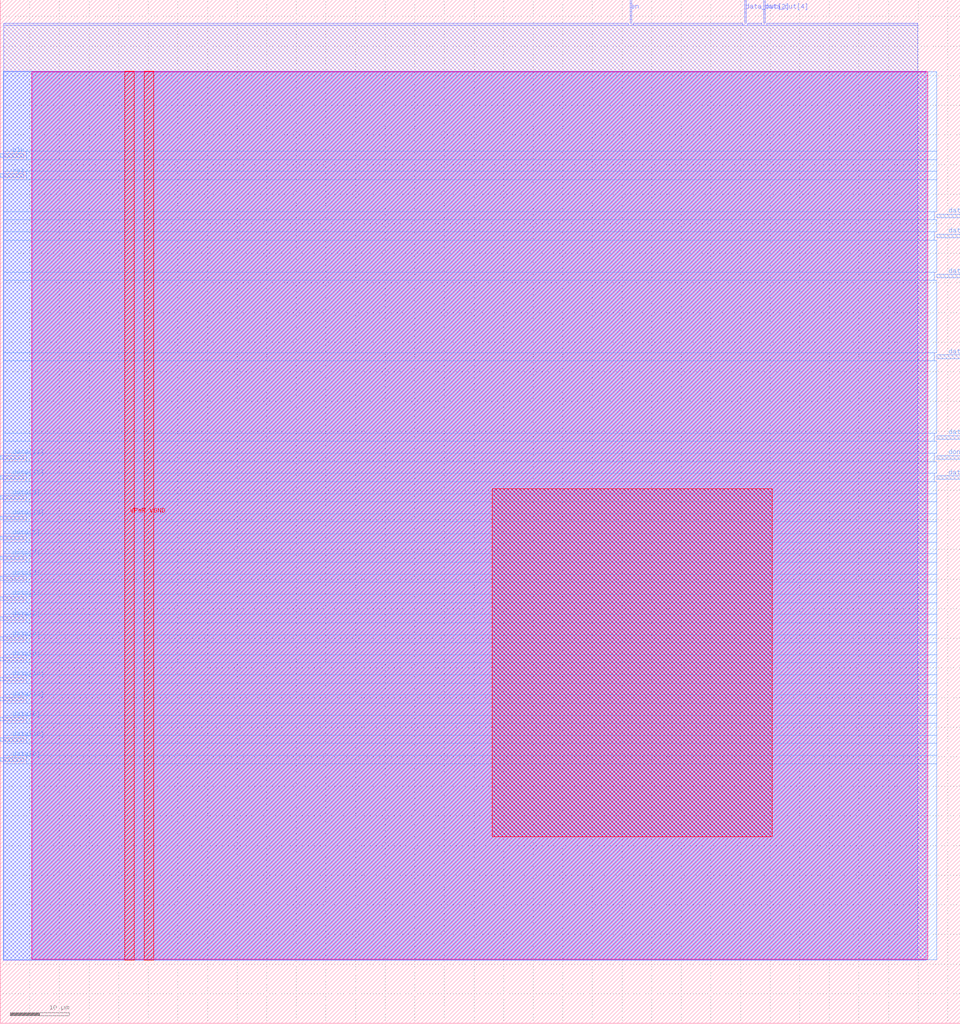
<source format=lef>
VERSION 5.7 ;
  NOWIREEXTENSIONATPIN ON ;
  DIVIDERCHAR "/" ;
  BUSBITCHARS "[]" ;
MACRO viterbi_decoder
  CLASS BLOCK ;
  FOREIGN viterbi_decoder ;
  ORIGIN 0.000 0.000 ;
  SIZE 162.100 BY 172.820 ;
  PIN VGND
    DIRECTION INOUT ;
    USE GROUND ;
    PORT
      LAYER met4 ;
        RECT 24.340 10.640 25.940 160.720 ;
    END
  END VGND
  PIN VPWR
    DIRECTION INOUT ;
    USE POWER ;
    PORT
      LAYER met4 ;
        RECT 21.040 10.640 22.640 160.720 ;
    END
  END VPWR
  PIN clk
    DIRECTION INPUT ;
    USE SIGNAL ;
    ANTENNAGATEAREA 0.852000 ;
    PORT
      LAYER met3 ;
        RECT 0.000 146.240 4.000 146.840 ;
    END
  END clk
  PIN data[0]
    DIRECTION INPUT ;
    USE SIGNAL ;
    ANTENNAGATEAREA 0.196500 ;
    PORT
      LAYER met3 ;
        RECT 0.000 44.240 4.000 44.840 ;
    END
  END data[0]
  PIN data[10]
    DIRECTION INPUT ;
    USE SIGNAL ;
    ANTENNAGATEAREA 0.196500 ;
    PORT
      LAYER met3 ;
        RECT 0.000 47.640 4.000 48.240 ;
    END
  END data[10]
  PIN data[11]
    DIRECTION INPUT ;
    USE SIGNAL ;
    ANTENNAGATEAREA 0.196500 ;
    PORT
      LAYER met3 ;
        RECT 0.000 95.240 4.000 95.840 ;
    END
  END data[11]
  PIN data[12]
    DIRECTION INPUT ;
    USE SIGNAL ;
    ANTENNAGATEAREA 0.196500 ;
    PORT
      LAYER met3 ;
        RECT 0.000 54.440 4.000 55.040 ;
    END
  END data[12]
  PIN data[13]
    DIRECTION INPUT ;
    USE SIGNAL ;
    ANTENNAGATEAREA 0.196500 ;
    PORT
      LAYER met3 ;
        RECT 0.000 85.040 4.000 85.640 ;
    END
  END data[13]
  PIN data[14]
    DIRECTION INPUT ;
    USE SIGNAL ;
    ANTENNAGATEAREA 0.196500 ;
    PORT
      LAYER met3 ;
        RECT 0.000 57.840 4.000 58.440 ;
    END
  END data[14]
  PIN data[15]
    DIRECTION INPUT ;
    USE SIGNAL ;
    ANTENNAGATEAREA 0.196500 ;
    PORT
      LAYER met3 ;
        RECT 0.000 91.840 4.000 92.440 ;
    END
  END data[15]
  PIN data[1]
    DIRECTION INPUT ;
    USE SIGNAL ;
    ANTENNAGATEAREA 0.196500 ;
    PORT
      LAYER met3 ;
        RECT 0.000 71.440 4.000 72.040 ;
    END
  END data[1]
  PIN data[2]
    DIRECTION INPUT ;
    USE SIGNAL ;
    ANTENNAGATEAREA 0.196500 ;
    PORT
      LAYER met3 ;
        RECT 0.000 68.040 4.000 68.640 ;
    END
  END data[2]
  PIN data[3]
    DIRECTION INPUT ;
    USE SIGNAL ;
    ANTENNAGATEAREA 0.196500 ;
    PORT
      LAYER met3 ;
        RECT 0.000 74.840 4.000 75.440 ;
    END
  END data[3]
  PIN data[4]
    DIRECTION INPUT ;
    USE SIGNAL ;
    ANTENNAGATEAREA 0.196500 ;
    PORT
      LAYER met3 ;
        RECT 0.000 64.640 4.000 65.240 ;
    END
  END data[4]
  PIN data[5]
    DIRECTION INPUT ;
    USE SIGNAL ;
    ANTENNAGATEAREA 0.196500 ;
    PORT
      LAYER met3 ;
        RECT 0.000 81.640 4.000 82.240 ;
    END
  END data[5]
  PIN data[6]
    DIRECTION INPUT ;
    USE SIGNAL ;
    ANTENNAGATEAREA 0.196500 ;
    PORT
      LAYER met3 ;
        RECT 0.000 61.240 4.000 61.840 ;
    END
  END data[6]
  PIN data[7]
    DIRECTION INPUT ;
    USE SIGNAL ;
    ANTENNAGATEAREA 0.196500 ;
    PORT
      LAYER met3 ;
        RECT 0.000 78.240 4.000 78.840 ;
    END
  END data[7]
  PIN data[8]
    DIRECTION INPUT ;
    USE SIGNAL ;
    ANTENNAGATEAREA 0.196500 ;
    PORT
      LAYER met3 ;
        RECT 0.000 51.040 4.000 51.640 ;
    END
  END data[8]
  PIN data[9]
    DIRECTION INPUT ;
    USE SIGNAL ;
    ANTENNAGATEAREA 0.196500 ;
    PORT
      LAYER met3 ;
        RECT 0.000 88.440 4.000 89.040 ;
    END
  END data[9]
  PIN data_out[0]
    DIRECTION OUTPUT ;
    USE SIGNAL ;
    ANTENNADIFFAREA 0.445500 ;
    PORT
      LAYER met3 ;
        RECT 158.100 98.640 162.100 99.240 ;
    END
  END data_out[0]
  PIN data_out[1]
    DIRECTION OUTPUT ;
    USE SIGNAL ;
    ANTENNADIFFAREA 0.445500 ;
    PORT
      LAYER met3 ;
        RECT 158.100 136.040 162.100 136.640 ;
    END
  END data_out[1]
  PIN data_out[2]
    DIRECTION OUTPUT ;
    USE SIGNAL ;
    ANTENNADIFFAREA 0.445500 ;
    PORT
      LAYER met2 ;
        RECT 125.670 168.820 125.950 172.820 ;
    END
  END data_out[2]
  PIN data_out[3]
    DIRECTION OUTPUT ;
    USE SIGNAL ;
    ANTENNADIFFAREA 0.445500 ;
    PORT
      LAYER met3 ;
        RECT 158.100 125.840 162.100 126.440 ;
    END
  END data_out[3]
  PIN data_out[4]
    DIRECTION OUTPUT ;
    USE SIGNAL ;
    ANTENNADIFFAREA 0.445500 ;
    PORT
      LAYER met2 ;
        RECT 128.890 168.820 129.170 172.820 ;
    END
  END data_out[4]
  PIN data_out[5]
    DIRECTION OUTPUT ;
    USE SIGNAL ;
    ANTENNADIFFAREA 0.445500 ;
    PORT
      LAYER met3 ;
        RECT 158.100 132.640 162.100 133.240 ;
    END
  END data_out[5]
  PIN data_out[6]
    DIRECTION OUTPUT ;
    USE SIGNAL ;
    ANTENNADIFFAREA 0.445500 ;
    PORT
      LAYER met3 ;
        RECT 158.100 91.840 162.100 92.440 ;
    END
  END data_out[6]
  PIN data_out[7]
    DIRECTION OUTPUT ;
    USE SIGNAL ;
    ANTENNADIFFAREA 0.445500 ;
    PORT
      LAYER met3 ;
        RECT 158.100 112.240 162.100 112.840 ;
    END
  END data_out[7]
  PIN done_flag
    DIRECTION OUTPUT ;
    USE SIGNAL ;
    ANTENNADIFFAREA 0.445500 ;
    PORT
      LAYER met3 ;
        RECT 158.100 95.240 162.100 95.840 ;
    END
  END done_flag
  PIN en
    DIRECTION INPUT ;
    USE SIGNAL ;
    ANTENNAGATEAREA 0.213000 ;
    PORT
      LAYER met2 ;
        RECT 106.350 168.820 106.630 172.820 ;
    END
  END en
  PIN rst
    DIRECTION INPUT ;
    USE SIGNAL ;
    ANTENNAGATEAREA 0.213000 ;
    PORT
      LAYER met3 ;
        RECT 0.000 142.840 4.000 143.440 ;
    END
  END rst
  OBS
      LAYER nwell ;
        RECT 5.330 10.795 156.590 160.670 ;
      LAYER li1 ;
        RECT 5.520 10.795 156.400 160.565 ;
      LAYER met1 ;
        RECT 0.530 10.640 156.400 160.720 ;
      LAYER met2 ;
        RECT 0.550 168.540 106.070 168.820 ;
        RECT 106.910 168.540 125.390 168.820 ;
        RECT 126.230 168.540 128.610 168.820 ;
        RECT 129.450 168.540 154.920 168.820 ;
        RECT 0.550 10.695 154.920 168.540 ;
      LAYER met3 ;
        RECT 0.525 147.240 158.100 160.645 ;
        RECT 4.400 145.840 158.100 147.240 ;
        RECT 0.525 143.840 158.100 145.840 ;
        RECT 4.400 142.440 158.100 143.840 ;
        RECT 0.525 137.040 158.100 142.440 ;
        RECT 0.525 135.640 157.700 137.040 ;
        RECT 0.525 133.640 158.100 135.640 ;
        RECT 0.525 132.240 157.700 133.640 ;
        RECT 0.525 126.840 158.100 132.240 ;
        RECT 0.525 125.440 157.700 126.840 ;
        RECT 0.525 113.240 158.100 125.440 ;
        RECT 0.525 111.840 157.700 113.240 ;
        RECT 0.525 99.640 158.100 111.840 ;
        RECT 0.525 98.240 157.700 99.640 ;
        RECT 0.525 96.240 158.100 98.240 ;
        RECT 4.400 94.840 157.700 96.240 ;
        RECT 0.525 92.840 158.100 94.840 ;
        RECT 4.400 91.440 157.700 92.840 ;
        RECT 0.525 89.440 158.100 91.440 ;
        RECT 4.400 88.040 158.100 89.440 ;
        RECT 0.525 86.040 158.100 88.040 ;
        RECT 4.400 84.640 158.100 86.040 ;
        RECT 0.525 82.640 158.100 84.640 ;
        RECT 4.400 81.240 158.100 82.640 ;
        RECT 0.525 79.240 158.100 81.240 ;
        RECT 4.400 77.840 158.100 79.240 ;
        RECT 0.525 75.840 158.100 77.840 ;
        RECT 4.400 74.440 158.100 75.840 ;
        RECT 0.525 72.440 158.100 74.440 ;
        RECT 4.400 71.040 158.100 72.440 ;
        RECT 0.525 69.040 158.100 71.040 ;
        RECT 4.400 67.640 158.100 69.040 ;
        RECT 0.525 65.640 158.100 67.640 ;
        RECT 4.400 64.240 158.100 65.640 ;
        RECT 0.525 62.240 158.100 64.240 ;
        RECT 4.400 60.840 158.100 62.240 ;
        RECT 0.525 58.840 158.100 60.840 ;
        RECT 4.400 57.440 158.100 58.840 ;
        RECT 0.525 55.440 158.100 57.440 ;
        RECT 4.400 54.040 158.100 55.440 ;
        RECT 0.525 52.040 158.100 54.040 ;
        RECT 4.400 50.640 158.100 52.040 ;
        RECT 0.525 48.640 158.100 50.640 ;
        RECT 4.400 47.240 158.100 48.640 ;
        RECT 0.525 45.240 158.100 47.240 ;
        RECT 4.400 43.840 158.100 45.240 ;
        RECT 0.525 10.715 158.100 43.840 ;
      LAYER met4 ;
        RECT 83.095 31.455 130.345 90.265 ;
  END
END viterbi_decoder
END LIBRARY


</source>
